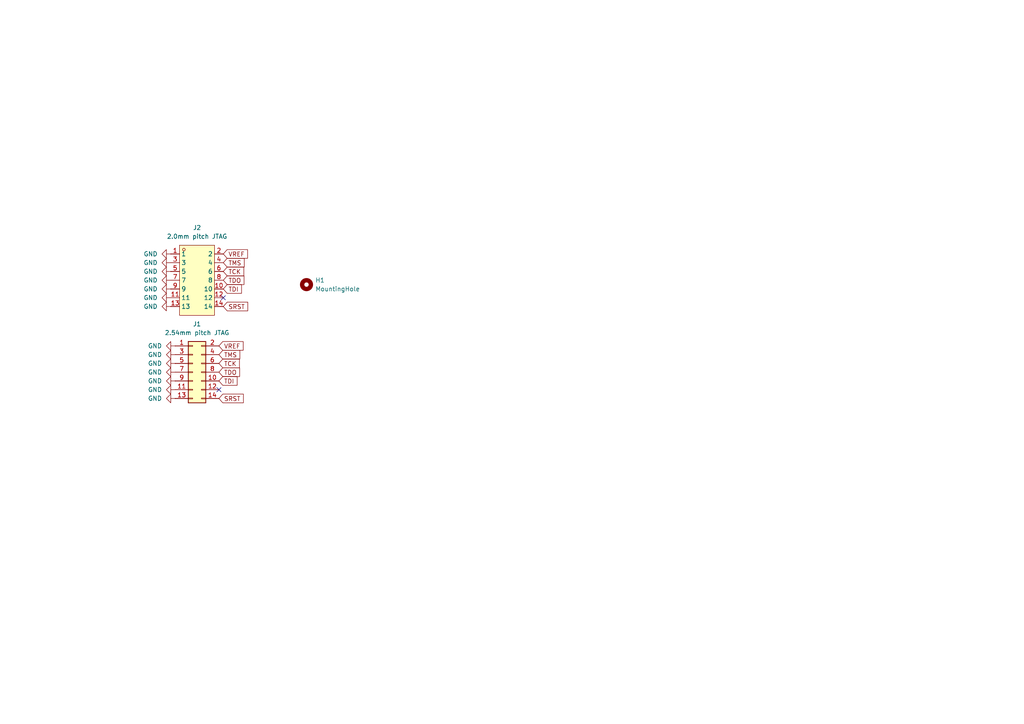
<source format=kicad_sch>
(kicad_sch (version 20250114) (generator "eeschema") (generator_version "9.0")
  (paper "A4")
  (title_block (title "Xilinx JTAG pitch adapter") (date "2025-04-06") (rev "1") (company "Author: Youri Klaassens"))
  (lib_symbols
    (symbol "2mm-connector:1-1734493-4"
      (property "Reference" "CN" (at 0 12.7 0))
      (property "Value" "1-1734493-4" (at 0 -12.7 0))
      (symbol "1-1734493-4_0_1"
        (rectangle (start -5.08 10.16) (end 5.08 -10.16) (fill (type background)))
        (circle (center -3.81 8.89) (radius 0.38))
        (pin unspecified line (at -7.62 7.62 0) (length 2.54) (name "1") (number "1"))
        (pin unspecified line (at -7.62 5.08 0) (length 2.54) (name "3") (number "3"))
        (pin unspecified line (at -7.62 2.54 0) (length 2.54) (name "5") (number "5"))
        (pin unspecified line (at -7.62 0 0) (length 2.54) (name "7") (number "7"))
        (pin unspecified line (at -7.62 -2.54 0) (length 2.54) (name "9") (number "9"))
        (pin unspecified line (at -7.62 -5.08 0) (length 2.54) (name "11") (number "11"))
        (pin unspecified line (at -7.62 -7.62 0) (length 2.54) (name "13") (number "13"))
        (pin unspecified line (at 7.62 7.62 180) (length 2.54) (name "2") (number "2"))
        (pin unspecified line (at 7.62 5.08 180) (length 2.54) (name "4") (number "4"))
        (pin unspecified line (at 7.62 2.54 180) (length 2.54) (name "6") (number "6"))
        (pin unspecified line (at 7.62 0 180) (length 2.54) (name "8") (number "8"))
        (pin unspecified line (at 7.62 -2.54 180) (length 2.54) (name "10") (number "10"))
        (pin unspecified line (at 7.62 -5.08 180) (length 2.54) (name "12") (number "12"))
        (pin unspecified line (at 7.62 -7.62 180) (length 2.54) (name "14") (number "14"))
      )
    )
    (symbol "Connector_Generic:Conn_02x07_Odd_Even" (pin_names (offset 1.016) (hide yes))
      (property "Reference" "J" (at 1.27 10.16 0))
      (property "Value" "Conn_02x07_Odd_Even" (at 1.27 -10.16 0))
      (symbol "Conn_02x07_Odd_Even_1_1"
        (rectangle (start -1.27 8.89) (end 3.81 -8.89) (stroke (width 0.254)) (fill (type background)))
        (rectangle (start -1.27 7.747) (end 0 7.493) (stroke (width 0.1524)))
        (rectangle (start -1.27 5.207) (end 0 4.953) (stroke (width 0.1524)))
        (rectangle (start -1.27 2.667) (end 0 2.413) (stroke (width 0.1524)))
        (rectangle (start -1.27 0.127) (end 0 -0.127) (stroke (width 0.1524)))
        (rectangle (start -1.27 -2.413) (end 0 -2.667) (stroke (width 0.1524)))
        (rectangle (start -1.27 -4.953) (end 0 -5.207) (stroke (width 0.1524)))
        (rectangle (start -1.27 -7.493) (end 0 -7.747) (stroke (width 0.1524)))
        (rectangle (start 3.81 7.747) (end 2.54 7.493) (stroke (width 0.1524)))
        (rectangle (start 3.81 5.207) (end 2.54 4.953) (stroke (width 0.1524)))
        (rectangle (start 3.81 2.667) (end 2.54 2.413) (stroke (width 0.1524)))
        (rectangle (start 3.81 0.127) (end 2.54 -0.127) (stroke (width 0.1524)))
        (rectangle (start 3.81 -2.413) (end 2.54 -2.667) (stroke (width 0.1524)))
        (rectangle (start 3.81 -4.953) (end 2.54 -5.207) (stroke (width 0.1524)))
        (rectangle (start 3.81 -7.493) (end 2.54 -7.747) (stroke (width 0.1524)))
        (pin passive line (at -5.08 7.62 0) (length 3.81) (name "Pin_1") (number "1"))
        (pin passive line (at -5.08 5.08 0) (length 3.81) (name "Pin_3") (number "3"))
        (pin passive line (at -5.08 2.54 0) (length 3.81) (name "Pin_5") (number "5"))
        (pin passive line (at -5.08 0 0) (length 3.81) (name "Pin_7") (number "7"))
        (pin passive line (at -5.08 -2.54 0) (length 3.81) (name "Pin_9") (number "9"))
        (pin passive line (at -5.08 -5.08 0) (length 3.81) (name "Pin_11") (number "11"))
        (pin passive line (at -5.08 -7.62 0) (length 3.81) (name "Pin_13") (number "13"))
        (pin passive line (at 7.62 7.62 180) (length 3.81) (name "Pin_2") (number "2"))
        (pin passive line (at 7.62 5.08 180) (length 3.81) (name "Pin_4") (number "4"))
        (pin passive line (at 7.62 2.54 180) (length 3.81) (name "Pin_6") (number "6"))
        (pin passive line (at 7.62 0 180) (length 3.81) (name "Pin_8") (number "8"))
        (pin passive line (at 7.62 -2.54 180) (length 3.81) (name "Pin_10") (number "10"))
        (pin passive line (at 7.62 -5.08 180) (length 3.81) (name "Pin_12") (number "12"))
        (pin passive line (at 7.62 -7.62 180) (length 3.81) (name "Pin_14") (number "14"))
      )
    )
    (symbol "Mechanical:MountingHole" (pin_names (offset 1.016)) (in_bom no)
      (property "Reference" "H" (at 0 5.08 0))
      (property "Value" "MountingHole" (at 0 3.175 0))
      (symbol "MountingHole_0_1"
        (circle (center 0 0) (radius 1.27) (stroke (width 1.27)))
      )
    )
    (symbol "power:GND" (power) (pin_numbers (hide yes)) (pin_names (offset 0) (hide yes))
      (property "Value" "GND" (at 0 -3.81 0))
      (symbol "GND_0_1"
        (polyline (pts (xy 0 0) (xy 0 -1.27) (xy 1.27 -1.27) (xy 0 -2.54) (xy -1.27 -1.27) (xy 0 -1.27)))
      )
      (symbol "GND_1_1"
        (pin power_in line (at 0 0 270) (length 0) (name "~") (number "1"))
      )
    )
  )
  (no_connect (at 63.5 113.03))
  (no_connect (at 64.77 86.36))
  (global_label "SRST" (shape input) (at 64.77 88.9 0) (property "Intersheetrefs" "${INTERSHEET_REFS}" (effects (hide yes))))
  (global_label "TDO" (shape input) (at 63.5 107.95 0) (property "Intersheetrefs" "${INTERSHEET_REFS}" (effects (hide yes))))
  (global_label "TMS" (shape input) (at 64.77 76.2 0) (property "Intersheetrefs" "${INTERSHEET_REFS}" (effects (hide yes))))
  (global_label "TDO" (shape input) (at 64.77 81.28 0) (property "Intersheetrefs" "${INTERSHEET_REFS}" (effects (hide yes))))
  (global_label "TCK" (shape input) (at 64.77 78.74 0) (property "Intersheetrefs" "${INTERSHEET_REFS}" (effects (hide yes))))
  (global_label "VREF" (shape input) (at 64.77 73.66 0) (property "Intersheetrefs" "${INTERSHEET_REFS}" (effects (hide yes))))
  (global_label "TMS" (shape input) (at 63.5 102.87 0) (property "Intersheetrefs" "${INTERSHEET_REFS}" (effects (hide yes))))
  (global_label "SRST" (shape input) (at 63.5 115.57 0) (property "Intersheetrefs" "${INTERSHEET_REFS}" (effects (hide yes))))
  (global_label "VREF" (shape input) (at 63.5 100.33 0) (property "Intersheetrefs" "${INTERSHEET_REFS}" (effects (hide yes))))
  (global_label "TCK" (shape input) (at 63.5 105.41 0) (property "Intersheetrefs" "${INTERSHEET_REFS}" (effects (hide yes))))
  (global_label "TDI" (shape input) (at 64.77 83.82 0) (property "Intersheetrefs" "${INTERSHEET_REFS}" (effects (hide yes))))
  (global_label "TDI" (shape input) (at 63.5 110.49 0) (property "Intersheetrefs" "${INTERSHEET_REFS}" (effects (hide yes))))
  (symbol (lib_id "power:GND") (at 49.53 81.28 270) (unit 1)
    (property "Reference" "#PWR04" (effects (hide yes)))
    (property "Value" "GND" (at 45.72 81.2799 90) (effects (justify right)))
    (property "Description" "Power symbol creates a global label with name \"GND\" , ground" (effects (hide yes)))
  )
  (symbol (lib_id "power:GND") (at 50.8 110.49 270) (unit 1)
    (property "Reference" "#PWR012" (effects (hide yes)))
    (property "Value" "GND" (at 46.99 110.4899 90) (effects (justify right)))
    (property "Description" "Power symbol creates a global label with name \"GND\" , ground" (effects (hide yes)))
  )
  (symbol (lib_id "power:GND") (at 49.53 83.82 270) (unit 1)
    (property "Reference" "#PWR05" (effects (hide yes)))
    (property "Value" "GND" (at 45.72 83.8199 90) (effects (justify right)))
    (property "Description" "Power symbol creates a global label with name \"GND\" , ground" (effects (hide yes)))
  )
  (symbol (lib_id "power:GND") (at 49.53 76.2 270) (unit 1)
    (property "Reference" "#PWR02" (effects (hide yes)))
    (property "Value" "GND" (at 45.72 76.1999 90) (effects (justify right)))
    (property "Description" "Power symbol creates a global label with name \"GND\" , ground" (effects (hide yes)))
  )
  (symbol (lib_id "power:GND") (at 50.8 102.87 270) (unit 1)
    (property "Reference" "#PWR09" (effects (hide yes)))
    (property "Value" "GND" (at 46.99 102.8699 90) (effects (justify right)))
    (property "Description" "Power symbol creates a global label with name \"GND\" , ground" (effects (hide yes)))
  )
  (symbol (lib_id "power:GND") (at 49.53 86.36 270) (unit 1)
    (property "Reference" "#PWR06" (effects (hide yes)))
    (property "Value" "GND" (at 45.72 86.3599 90) (effects (justify right)))
    (property "Description" "Power symbol creates a global label with name \"GND\" , ground" (effects (hide yes)))
  )
  (symbol (lib_id "Connector_Generic:Conn_02x07_Odd_Even") (at 55.88 107.95 0) (unit 1)
    (property "Reference" "J1" (at 57.15 93.98 0))
    (property "Value" "2.54mm pitch JTAG" (at 57.15 96.52 0))
    (property "Footprint" "Connector_PinHeader_2.54mm:PinHeader_2x07_P2.54mm_Vertical" (effects (hide yes)))
    (property "Description" "Generic connector, double row, 02x07, odd/even pin numbering scheme (row 1 odd numbers, row 2 even numbers), script generated (kicad-library-utils/schlib/autogen/connector/)" (effects (hide yes)))
  )
  (symbol (lib_id "power:GND") (at 50.8 113.03 270) (unit 1)
    (property "Reference" "#PWR013" (effects (hide yes)))
    (property "Value" "GND" (at 46.99 113.0299 90) (effects (justify right)))
    (property "Description" "Power symbol creates a global label with name \"GND\" , ground" (effects (hide yes)))
  )
  (symbol (lib_id "power:GND") (at 49.53 73.66 270) (unit 1)
    (property "Reference" "#PWR01" (effects (hide yes)))
    (property "Value" "GND" (at 45.72 73.6599 90) (effects (justify right)))
    (property "Description" "Power symbol creates a global label with name \"GND\" , ground" (effects (hide yes)))
  )
  (symbol (lib_id "power:GND") (at 49.53 78.74 270) (unit 1)
    (property "Reference" "#PWR03" (effects (hide yes)))
    (property "Value" "GND" (at 45.72 78.7399 90) (effects (justify right)))
    (property "Description" "Power symbol creates a global label with name \"GND\" , ground" (effects (hide yes)))
  )
  (symbol (lib_id "power:GND") (at 50.8 115.57 270) (unit 1)
    (property "Reference" "#PWR014" (effects (hide yes)))
    (property "Value" "GND" (at 46.99 115.5699 90) (effects (justify right)))
    (property "Description" "Power symbol creates a global label with name \"GND\" , ground" (effects (hide yes)))
  )
  (symbol (lib_id "power:GND") (at 50.8 107.95 270) (unit 1)
    (property "Reference" "#PWR011" (effects (hide yes)))
    (property "Value" "GND" (at 46.99 107.9499 90) (effects (justify right)))
    (property "Description" "Power symbol creates a global label with name \"GND\" , ground" (effects (hide yes)))
  )
  (symbol (lib_id "2mm-connector:1-1734493-4") (at 57.15 81.28 0) (unit 1)
    (property "Reference" "J2" (at 57.15 66.04 0))
    (property "Value" "2.0mm pitch JTAG" (at 57.15 68.58 0))
    (property "Footprint" "2mm-connector:CONN-TH_14P-P2.00-V-M_1-1734493-4" (effects (hide yes)))
    (property "Datasheet" "https://lcsc.com/product-detail/Wire-To-Board-Wire-To-Wire-Connector_TE-Connectivity-1-1734493-4_C404217.html" (effects (hide yes)))
    (property "LCSC Part" "C404217" (effects (hide yes)))
  )
  (symbol (lib_id "power:GND") (at 49.53 88.9 270) (unit 1)
    (property "Reference" "#PWR07" (effects (hide yes)))
    (property "Value" "GND" (at 45.72 88.8999 90) (effects (justify right)))
    (property "Description" "Power symbol creates a global label with name \"GND\" , ground" (effects (hide yes)))
  )
  (symbol (lib_id "Mechanical:MountingHole") (at 88.9 82.55 0) (unit 1) (in_bom no)
    (property "Reference" "H1" (at 91.44 81.2799 0) (effects (justify left)))
    (property "Value" "MountingHole" (at 91.44 83.8199 0) (effects (justify left)))
    (property "Footprint" "MountingHole:MountingHole_2.2mm_M2" (effects (hide yes)))
    (property "Description" "Mounting Hole without connection" (effects (hide yes)))
  )
  (symbol (lib_id "power:GND") (at 50.8 100.33 270) (unit 1)
    (property "Reference" "#PWR08" (effects (hide yes)))
    (property "Value" "GND" (at 46.99 100.3299 90) (effects (justify right)))
    (property "Description" "Power symbol creates a global label with name \"GND\" , ground" (effects (hide yes)))
  )
  (symbol (lib_id "power:GND") (at 50.8 105.41 270) (unit 1)
    (property "Reference" "#PWR010" (effects (hide yes)))
    (property "Value" "GND" (at 46.99 105.4099 90) (effects (justify right)))
    (property "Description" "Power symbol creates a global label with name \"GND\" , ground" (effects (hide yes)))
  )
)
</source>
